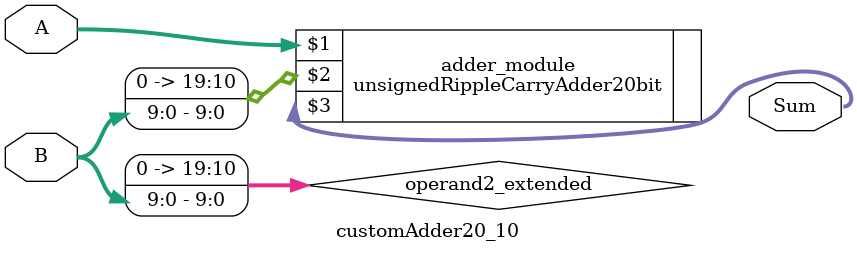
<source format=v>

module customAdder20_10(
                    input [19 : 0] A,
                    input [9 : 0] B,
                    
                    output [20 : 0] Sum
            );

    wire [19 : 0] operand2_extended;
    
    assign operand2_extended =  {10'b0, B};
    
    unsignedRippleCarryAdder20bit adder_module(
        A,
        operand2_extended,
        Sum
    );
    
endmodule
        
</source>
